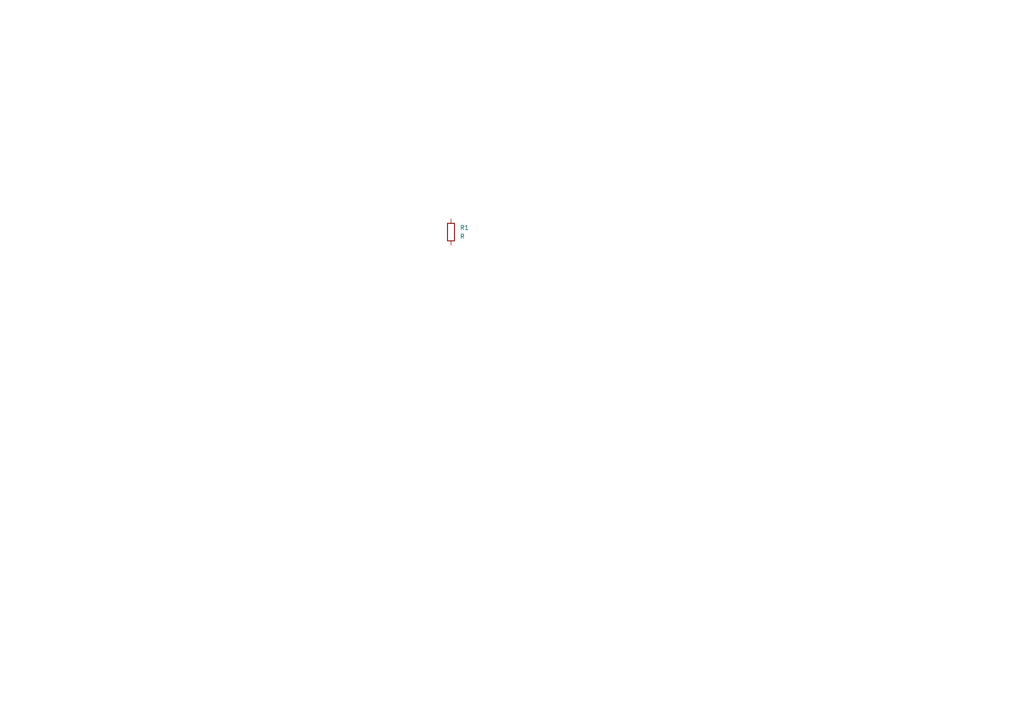
<source format=kicad_sch>
(kicad_sch (version 20211123) (generator eeschema)
  (paper "A4")
  (lib_symbols
    (symbol "Device:R" (pin_numbers hide) (pin_names (offset 0))
      (property "Reference" "R" (at 2.032 0 90))
      (property "Value" "R" (at 0 0 90))
      (symbol "R_0_1"
        (rectangle (start -1.016 -2.54) (end 1.016 2.54) (stroke (width 0.254)))
      )
      (symbol "R_1_1"
        (pin passive line (at 0 3.81 270) (length 1.27) (name "~") (number "1"))
        (pin passive line (at 0 -3.81 90) (length 1.27) (name "~") (number "2"))
      )
    )
  )
  (symbol (lib_id "Device:R") (at 130.81 67.31 0) (unit 1)
    (property "Reference" "R1" (at 133.35 66.0399 0) (effects (justify left)))
    (property "Value" "R" (at 133.35 68.5799 0) (effects (justify left)))
  )
)
</source>
